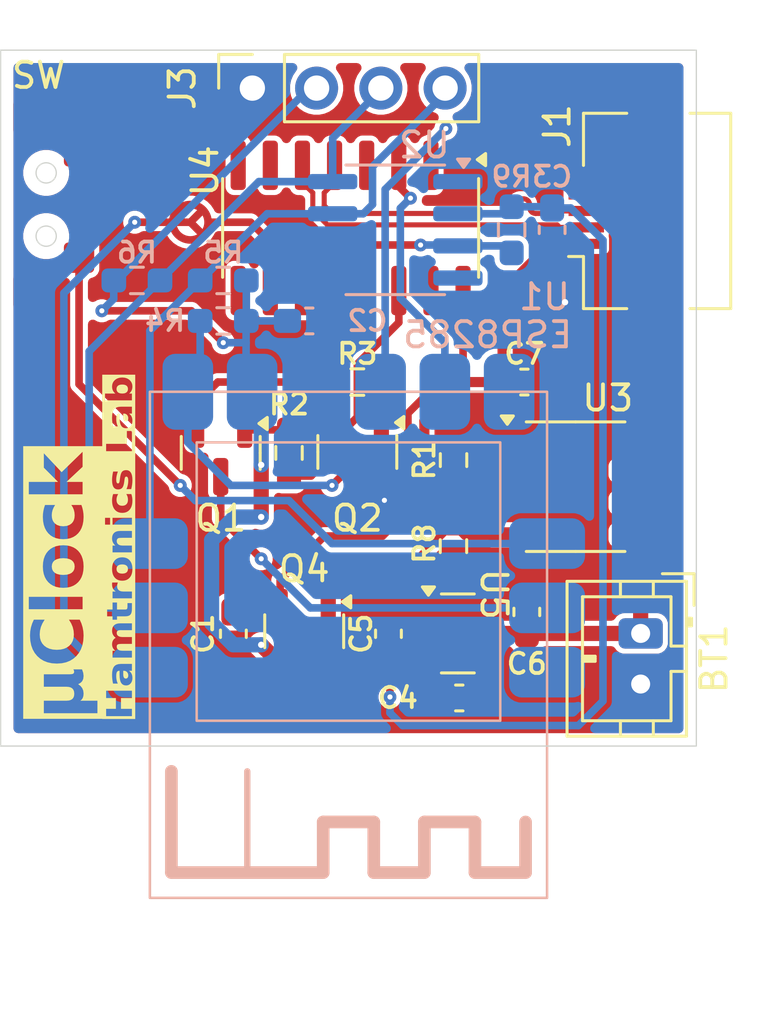
<source format=kicad_pcb>
(kicad_pcb (version 20241229) (generator "pcbnew") (generator_version "9.0")
  (title_block (title "μClock") (date "2025-06-17") (rev "1") (comment 1 "Sirio Guy") (comment 2 "Ultra-precise handheld digital clock. Powered by ESP8285"))
  (layers (0 "F.Cu" signal) (2 "B.Cu" signal) (13 "F.Paste" user) (15 "B.Paste" user) (5 "F.SilkS" user "F.Silkscreen") (7 "B.SilkS" user "B.Silkscreen") (1 "F.Mask" user) (3 "B.Mask" user) (25 "Edge.Cuts" user))
  (net 0 "")
  (net 1 "VCC")
  (net 2 "Earth")
  (net 3 "+5VD")
  (net 4 "+BATT")
  (net 6 "/SCL")
  (net 7 "/SDA")
  (net 8 "Net-(Q1-S)")
  (net 9 "Net-(Q1-G)")
  (net 10 "Net-(Q1-D)")
  (net 11 "Net-(Q2-G)")
  (net 12 "Net-(Q2-D)")
  (net 13 "Net-(Q2-S)")
  (net 14 "Net-(U3-PROG)")
  (net 15 "Net-(U1-IO16)")
  (net 16 "Net-(U1-IO2)")
  (net 18 "Net-(U1-TX0)")
  (net 20 "Net-(U1-RX0)")
  (net 33 "Net-(Q4-S)")
  (net 34 "/USB_N")
  (net 35 "/USB_P")
  (footprint "Capacitor_SMD:C_0603_1608Metric_Pad1.08x0.95mm_HandSolder" (layer "F.Cu") (at 75.9075 98.0625 90)
    (property "Reference" "C5" (at 0 -1.08 270) (layer "F.SilkS") (effects (font (size 0.8 0.8))))
    (property "Value" "1uF")
    (fp_line (start -0.146267 -0.51) (end 0.146267 -0.51) (stroke (width 0.12)) (layer "F.SilkS"))
    (fp_line (start -0.146267 0.51) (end 0.146267 0.51) (stroke (width 0.12)) (layer "F.SilkS"))
    (pad "1" smd roundrect (at -0.8625 0 90) (size 1.075 0.95) (layers "F.Cu" "F.Mask" "F.Paste") (net 1 "VCC"))
    (pad "2" smd roundrect (at 0.8625 0 90) (size 1.075 0.95) (layers "F.Cu" "F.Mask" "F.Paste") (net 2 "Earth"))
  )
  (footprint "Package_TO_SOT_SMD:SOT-23" (layer "F.Cu") (at 78.65 98.05)
    (property "Reference" "U5" (at 1.4275 -1.55 270) (layer "F.SilkS"))
    (property "Value" "MCP1700 3303")
    (fp_line (start 0 -1.56) (end -0.65 -1.56) (stroke (width 0.12)) (layer "F.SilkS"))
    (fp_line (start 0 -1.56) (end 0.65 -1.56) (stroke (width 0.12)) (layer "F.SilkS"))
    (fp_line (start 0 1.56) (end -0.65 1.56) (stroke (width 0.12)) (layer "F.SilkS"))
    (fp_line (start 0 1.56) (end 0.65 1.56) (stroke (width 0.12)) (layer "F.SilkS"))
    (fp_poly (pts (xy -1.1625 -1.51) (xy -1.4025 -1.84) (xy -0.9225 -1.84)) (stroke (width 0.12)) (fill yes) (layer "F.SilkS"))
    (pad "1" smd roundrect (at -0.9375 -0.95) (size 1.475 0.6) (layers "F.Cu" "F.Mask" "F.Paste") (net 2 "Earth"))
    (pad "2" smd roundrect (at -0.9375 0.95) (size 1.475 0.6) (layers "F.Cu" "F.Mask" "F.Paste") (net 1 "VCC"))
    (pad "3" smd roundrect (at 0.9375 0) (size 1.475 0.6) (layers "F.Cu" "F.Mask" "F.Paste") (net 4 "+BATT"))
  )
  (footprint "Resistor_SMD:R_0603_1608Metric_Pad0.98x0.95mm_HandSolder" (layer "F.Cu") (at 74.6775 88.116)
    (property "Reference" "R3" (at 0 -1.116 0) (layer "F.SilkS") (effects (font (size 0.8 0.8))))
    (property "Value" "10k")
    (fp_line (start -0.254724 -0.5225) (end 0.254724 -0.5225) (stroke (width 0.12)) (layer "F.SilkS"))
    (fp_line (start -0.254724 0.5225) (end 0.254724 0.5225) (stroke (width 0.12)) (layer "F.SilkS"))
    (pad "1" smd roundrect (at -0.9125 0) (size 0.975 0.95) (layers "F.Cu" "F.Mask" "F.Paste") (net 8 "Net-(Q1-S)"))
    (pad "2" smd roundrect (at 0.9125 0) (size 0.975 0.95) (layers "F.Cu" "F.Mask" "F.Paste") (net 11 "Net-(Q2-G)"))
  )
  (footprint "Capacitor_SMD:C_0603_1608Metric_Pad1.08x0.95mm_HandSolder" (layer "F.Cu") (at 81.3775 97.2 90)
    (property "Reference" "C6" (at -2.05 0 180) (layer "F.SilkS") (effects (font (size 0.8 0.8))))
    (property "Value" "1uF")
    (fp_line (start -0.146267 -0.51) (end 0.146267 -0.51) (stroke (width 0.12)) (layer "F.SilkS"))
    (fp_line (start -0.146267 0.51) (end 0.146267 0.51) (stroke (width 0.12)) (layer "F.SilkS"))
    (pad "1" smd roundrect (at -0.8625 0 90) (size 1.075 0.95) (layers "F.Cu" "F.Mask" "F.Paste") (net 4 "+BATT"))
    (pad "2" smd roundrect (at 0.8625 0 90) (size 1.075 0.95) (layers "F.Cu" "F.Mask" "F.Paste") (net 2 "Earth"))
  )
  (footprint "Package_SO:SOIC-8-1EP_3.9x4.9mm_P1.27mm_EP2.29x3mm" (layer "F.Cu") (at 83.30598 92.25)
    (property "Reference" "U3" (at 1.27152 -3.5 0) (layer "F.SilkS"))
    (property "Value" "TP4056")
    (fp_line (start 0 -2.56) (end -1.95 -2.56) (stroke (width 0.12)) (layer "F.SilkS"))
    (fp_line (start 0 -2.56) (end 1.95 -2.56) (stroke (width 0.12)) (layer "F.SilkS"))
    (fp_line (start 0 2.56) (end -1.95 2.56) (stroke (width 0.12)) (layer "F.SilkS"))
    (fp_line (start 0 2.56) (end 1.95 2.56) (stroke (width 0.12)) (layer "F.SilkS"))
    (fp_poly (pts (xy -2.7 -2.465) (xy -2.94 -2.795) (xy -2.46 -2.795)) (stroke (width 0.12)) (fill yes) (layer "F.SilkS"))
    (pad "1" smd roundrect (at -2.475 -1.905) (size 1.95 0.6) (layers "F.Cu" "F.Mask" "F.Paste") (net 2 "Earth"))
    (pad "2" smd roundrect (at -2.475 -0.635) (size 1.95 0.6) (layers "F.Cu" "F.Mask" "F.Paste") (net 14 "Net-(U3-PROG)"))
    (pad "3" smd roundrect (at -2.475 0.635) (size 1.95 0.6) (layers "F.Cu" "F.Mask" "F.Paste") (net 2 "Earth"))
    (pad "4" smd roundrect (at -2.475 1.905) (size 1.95 0.6) (layers "F.Cu" "F.Mask" "F.Paste") (net 3 "+5VD"))
    (pad "5" smd roundrect (at 2.475 1.905) (size 1.95 0.6) (layers "F.Cu" "F.Mask" "F.Paste") (net 4 "+BATT"))
    (pad "6" smd roundrect (at 2.475 0.635) (size 1.95 0.6) (layers "F.Cu" "F.Mask" "F.Paste"))
    (pad "7" smd roundrect (at 2.475 -0.635) (size 1.95 0.6) (layers "F.Cu" "F.Mask" "F.Paste"))
    (pad "8" smd roundrect (at 2.475 -1.905) (size 1.95 0.6) (layers "F.Cu" "F.Mask" "F.Paste") (net 2 "Earth"))
    (pad "9" smd rect (at 0 0) (size 2.29 3) (property pad_prop_heatsink) (layers "F.Cu" "F.Mask") (net 2 "Earth"))
  )
  (footprint "Connector_USB:USB_Micro-B_Amphenol_10104110_Horizontal" (layer "F.Cu") (at 85.2775 81.354 90)
    (property "Reference" "J1" (at 3.354 -2.7 270) (layer "F.SilkS"))
    (property "Value" "USB_B_Micro")
    (fp_line (start 3.86 -1.66) (end 1.8 -1.66) (stroke (width 0.12)) (layer "F.SilkS"))
    (fp_line (start -1.8 -1.66) (end -1.8 -2.25) (stroke (width 0.12)) (layer "F.SilkS"))
    (fp_line (start -3.86 -1.66) (end -1.8 -1.66) (stroke (width 0.12)) (layer "F.SilkS"))
    (fp_line (start 3.86 0.05) (end 3.86 -1.66) (stroke (width 0.12)) (layer "F.SilkS"))
    (fp_line (start -3.86 0.05) (end -3.86 -1.66) (stroke (width 0.12)) (layer "F.SilkS"))
    (fp_line (start 3.86 4.16) (end 3.86 2.55) (stroke (width 0.12)) (layer "F.SilkS"))
    (fp_line (start -3.86 4.16) (end -3.86 2.55) (stroke (width 0.12)) (layer "F.SilkS"))
    (fp_line (start -3.86 4.16) (end 3.86 4.16) (stroke (width 0.12)) (layer "F.SilkS"))
    (pad "1" smd rect (at -1.3 -1.55 90) (size 0.4 1.4) (layers "F.Cu" "F.Mask" "F.Paste") (net 3 "+5VD"))
    (pad "2" smd rect (at -0.65 -1.55 90) (size 0.4 1.4) (layers "F.Cu" "F.Mask" "F.Paste") (net 34 "/USB_N"))
    (pad "3" smd rect (at 0 -1.55 90) (size 0.4 1.4) (layers "F.Cu" "F.Mask" "F.Paste") (net 35 "/USB_P"))
    (pad "4" smd rect (at 0.65 -1.55 90) (size 0.4 1.4) (layers "F.Cu" "F.Mask" "F.Paste"))
    (pad "5" smd rect (at 1.3 -1.55 90) (size 0.4 1.4) (layers "F.Cu" "F.Mask" "F.Paste") (net 2 "Earth"))
    (pad "6" smd rect (at -3.75 1.3 90) (size 2.3 1.9) (layers "F.Cu" "F.Mask" "F.Paste") (net 2 "Earth"))
    (pad "6" smd rect (at -1.15 1.3 90) (size 1.8 1.9) (layers "F.Cu" "F.Mask" "F.Paste") (net 2 "Earth"))
    (pad "6" smd rect (at 1.15 1.3 90) (size 1.8 1.9) (layers "F.Cu" "F.Mask" "F.Paste") (net 2 "Earth"))
    (pad "6" smd rect (at 3.75 1.3 90) (size 2.3 1.9) (layers "F.Cu" "F.Mask" "F.Paste") (net 2 "Earth"))
  )
  (footprint "Capacitor_SMD:C_0603_1608Metric_Pad1.08x0.95mm_HandSolder" (layer "F.Cu") (at 81.28098 88.116)
    (property "Reference" "C7" (at 0 -1.116 0) (layer "F.SilkS") (effects (font (size 0.8 0.8))))
    (property "Value" "4.7uF")
    (fp_line (start -0.146267 -0.51) (end 0.146267 -0.51) (stroke (width 0.12)) (layer "F.SilkS"))
    (fp_line (start -0.146267 0.51) (end 0.146267 0.51) (stroke (width 0.12)) (layer "F.SilkS"))
    (pad "1" smd roundrect (at -0.8625 0) (size 1.075 0.95) (layers "F.Cu" "F.Mask" "F.Paste") (net 3 "+5VD"))
    (pad "2" smd roundrect (at 0.8625 0) (size 1.075 0.95) (layers "F.Cu" "F.Mask" "F.Paste") (net 2 "Earth"))
  )
  (footprint "Connector_JST:JST_PH_B2B-PH-K_1x02_P2.00mm_Vertical" (layer "F.Cu") (at 85.8775 98.05 -90)
    (property "Reference" "BT1" (at 1 -2.9 90) (layer "F.SilkS"))
    (property "Value" "Li-Ion 3.7V")
    (fp_line (start -2.06 2.91) (end 4.06 2.91) (stroke (width 0.12)) (layer "F.SilkS"))
    (fp_line (start 4.06 2.91) (end 4.06 -1.81) (stroke (width 0.12)) (layer "F.SilkS"))
    (fp_line (start -1.45 2.3) (end 3.45 2.3) (stroke (width 0.12)) (layer "F.SilkS"))
    (fp_line (start 0.9 2.3) (end 0.9 1.8) (stroke (width 0.12)) (layer "F.SilkS"))
    (fp_line (start 1 2.3) (end 1 1.8) (stroke (width 0.12)) (layer "F.SilkS"))
    (fp_line (start 3.45 2.3) (end 3.45 -1.2) (stroke (width 0.12)) (layer "F.SilkS"))
    (fp_line (start 0.9 1.8) (end 1.1 1.8) (stroke (width 0.12)) (layer "F.SilkS"))
    (fp_line (start 1.1 1.8) (end 1.1 2.3) (stroke (width 0.12)) (layer "F.SilkS"))
    (fp_line (start -2.06 0.8) (end -1.45 0.8) (stroke (width 0.12)) (layer "F.SilkS"))
    (fp_line (start 4.06 0.8) (end 3.45 0.8) (stroke (width 0.12)) (layer "F.SilkS"))
    (fp_line (start -2.06 -0.5) (end -1.45 -0.5) (stroke (width 0.12)) (layer "F.SilkS"))
    (fp_line (start 4.06 -0.5) (end 3.45 -0.5) (stroke (width 0.12)) (layer "F.SilkS"))
    (fp_line (start -1.45 -1.2) (end -1.45 2.3) (stroke (width 0.12)) (layer "F.SilkS"))
    (fp_line (start 0.5 -1.2) (end -1.45 -1.2) (stroke (width 0.12)) (layer "F.SilkS"))
    (fp_line (start 1.5 -1.2) (end 1.5 -1.81) (stroke (width 0.12)) (layer "F.SilkS"))
    (fp_line (start 3.45 -1.2) (end 1.5 -1.2) (stroke (width 0.12)) (layer "F.SilkS"))
    (fp_line (start -2.06 -1.81) (end -2.06 2.91) (stroke (width 0.12)) (layer "F.SilkS"))
    (fp_line (start -0.3 -1.81) (end -0.3 -2.01) (stroke (width 0.12)) (layer "F.SilkS"))
    (fp_line (start 0.5 -1.81) (end 0.5 -1.2) (stroke (width 0.12)) (layer "F.SilkS"))
    (fp_line (start 4.06 -1.81) (end -2.06 -1.81) (stroke (width 0.12)) (layer "F.SilkS"))
    (fp_line (start -0.3 -1.91) (end -0.6 -1.91) (stroke (width 0.12)) (layer "F.SilkS"))
    (fp_line (start -0.6 -2.01) (end -0.6 -1.81) (stroke (width 0.12)) (layer "F.SilkS"))
    (fp_line (start -0.3 -2.01) (end -0.6 -2.01) (stroke (width 0.12)) (layer "F.SilkS"))
    (fp_line (start -2.36 -2.11) (end -2.36 -0.86) (stroke (width 0.12)) (layer "F.SilkS"))
    (fp_line (start -1.11 -2.11) (end -2.36 -2.11) (stroke (width 0.12)) (layer "F.SilkS"))
    (pad "1" thru_hole roundrect (at 0 0 270) (size 1.2 1.75) (drill 0.75) (layers "*.Cu" "*.Mask") (roundrect_rratio 0.208333) (net 4 "+BATT"))
    (pad "2" thru_hole oval (at 2 0 270) (size 1.2 1.75) (drill 0.75) (layers "*.Cu" "*.Mask") (net 2 "Earth"))
  )
  (footprint "Resistor_SMD:R_0603_1608Metric_Pad0.98x0.95mm_HandSolder" (layer "F.Cu") (at 78.4775 94.6 90)
    (property "Reference" "R8" (at 0.1 -1.15 90) (layer "F.SilkS") (effects (font (size 0.8 0.8))))
    (property "Value" "10k")
    (fp_line (start -0.254724 -0.5225) (end 0.254724 -0.5225) (stroke (width 0.12)) (layer "F.SilkS"))
    (fp_line (start -0.254724 0.5225) (end 0.254724 0.5225) (stroke (width 0.12)) (layer "F.SilkS"))
    (pad "1" smd roundrect (at -0.9125 0 90) (size 0.975 0.95) (layers "F.Cu" "F.Mask" "F.Paste") (net 2 "Earth"))
    (pad "2" smd roundrect (at 0.9125 0 90) (size 0.975 0.95) (layers "F.Cu" "F.Mask" "F.Paste") (net 3 "+5VD"))
  )
  (footprint "Package_TO_SOT_SMD:SOT-23" (layer "F.Cu") (at 69.2775 90.916 -90)
    (property "Reference" "Q1" (at 2.584 0 180) (layer "F.SilkS"))
    (property "Value" "BSS138")
    (fp_line (start 0 1.56) (end -0.65 1.56) (stroke (width 0.12)) (layer "F.SilkS"))
    (fp_line (start 0 1.56) (end 0.65 1.56) (stroke (width 0.12)) (layer "F.SilkS"))
    (fp_line (start 0 -1.56) (end -0.65 -1.56) (stroke (width 0.12)) (layer "F.SilkS"))
    (fp_line (start 0 -1.56) (end 0.65 -1.56) (stroke (width 0.12)) (layer "F.SilkS"))
    (fp_poly (pts (xy -1.1625 -1.51) (xy -1.4025 -1.84) (xy -0.9225 -1.84)) (stroke (width 0.12)) (fill yes) (layer "F.SilkS"))
    (pad "1" smd roundrect (at -0.9375 -0.95 270) (size 1.475 0.6) (layers "F.Cu" "F.Mask" "F.Paste") (net 9 "Net-(Q1-G)"))
    (pad "2" smd roundrect (at -0.9375 0.95 270) (size 1.475 0.6) (layers "F.Cu" "F.Mask" "F.Paste") (net 8 "Net-(Q1-S)"))
    (pad "3" smd roundrect (at 0.9375 0 270) (size 1.475 0.6) (layers "F.Cu" "F.Mask" "F.Paste") (net 10 "Net-(Q1-D)"))
  )
  (footprint "Capacitor_SMD:C_0603_1608Metric_Pad1.08x0.95mm_HandSolder" (layer "F.Cu") (at 78.7075 100.6 180)
    (property "Reference" "C4" (at 2.43 0 0) (layer "F.SilkS") (effects (font (size 0.8 0.8))))
    (property "Value" "1uF")
    (fp_line (start -0.146267 0.51) (end 0.146267 0.51) (stroke (width 0.12)) (layer "F.SilkS"))
    (fp_line (start -0.146267 -0.51) (end 0.146267 -0.51) (stroke (width 0.12)) (layer "F.SilkS"))
    (pad "1" smd roundrect (at -0.8625 0 180) (size 1.075 0.95) (layers "F.Cu" "F.Mask" "F.Paste") (net 4 "+BATT"))
    (pad "2" smd roundrect (at 0.8625 0 180) (size 1.075 0.95) (layers "F.Cu" "F.Mask" "F.Paste") (net 2 "Earth"))
  )
  (footprint "Package_SO:SOIC-16_3.9x9.9mm_P1.27mm" (layer "F.Cu") (at 74.4125 82.025 -90)
    (property "Reference" "U4" (at -2.255 5.755 90) (layer "F.SilkS"))
    (property "Value" "CH340C")
    (fp_line (start 0 5.06) (end -1.95 5.06) (stroke (width 0.12)) (layer "F.SilkS"))
    (fp_line (start 0 5.06) (end 1.95 5.06) (stroke (width 0.12)) (layer "F.SilkS"))
    (fp_line (start 0 -5.06) (end -1.95 -5.06) (stroke (width 0.12)) (layer "F.SilkS"))
    (fp_line (start 0 -5.06) (end 1.95 -5.06) (stroke (width 0.12)) (layer "F.SilkS"))
    (fp_poly (pts (xy -2.7 -5.005) (xy -2.94 -5.335) (xy -2.46 -5.335)) (stroke (width 0.12)) (fill yes) (layer "F.SilkS"))
    (pad "1" smd roundrect (at -2.475 -4.445 270) (size 1.95 0.6) (layers "F.Cu" "F.Mask" "F.Paste") (net 2 "Earth"))
    (pad "2" smd roundrect (at -2.475 -3.175 270) (size 1.95 0.6) (layers "F.Cu" "F.Mask" "F.Paste") (net 18 "Net-(U1-TX0)"))
    (pad "3" smd roundrect (at -2.475 -1.905 270) (size 1.95 0.6) (layers "F.Cu" "F.Mask" "F.Paste") (net 20 "Net-(U1-RX0)"))
    (pad "4" smd roundrect (at -2.475 -0.635 270) (size 1.95 0.6) (layers "F.Cu" "F.Mask" "F.Paste"))
    (pad "5" smd roundrect (at -2.475 0.635 270) (size 1.95 0.6) (layers "F.Cu" "F.Mask" "F.Paste") (net 35 "/USB_P"))
    (pad "6" smd roundrect (at -2.475 1.905 270) (size 1.95 0.6) (layers "F.Cu" "F.Mask" "F.Paste") (net 34 "/USB_N"))
    (pad "7" smd roundrect (at -2.475 3.175 270) (size 1.95 0.6) (layers "F.Cu" "F.Mask" "F.Paste"))
    (pad "8" smd roundrect (at -2.475 4.445 270) (size 1.95 0.6) (layers "F.Cu" "F.Mask" "F.Paste"))
    (pad "9" smd roundrect (at 2.475 4.445 270) (size 1.95 0.6) (layers "F.Cu" "F.Mask" "F.Paste"))
    (pad "10" smd roundrect (at 2.475 3.175 270) (size 1.95 0.6) (layers "F.Cu" "F.Mask" "F.Paste"))
    (pad "11" smd roundrect (at 2.475 1.905 270) (size 1.95 0.6) (layers "F.Cu" "F.Mask" "F.Paste"))
    (pad "12" smd roundrect (at 2.475 0.635 270) (size 1.95 0.6) (layers "F.Cu" "F.Mask" "F.Paste"))
    (pad "13" smd roundrect (at 2.475 -0.635 270) (size 1.95 0.6) (layers "F.Cu" "F.Mask" "F.Paste") (net 8 "Net-(Q1-S)"))
    (pad "14" smd roundrect (at 2.475 -1.905 270) (size 1.95 0.6) (layers "F.Cu" "F.Mask" "F.Paste") (net 13 "Net-(Q2-S)"))
    (pad "15" smd roundrect (at 2.475 -3.175 270) (size 1.95 0.6) (layers "F.Cu" "F.Mask" "F.Paste"))
    (pad "16" smd roundrect (at 2.475 -4.445 270) (size 1.95 0.6) (layers "F.Cu" "F.Mask" "F.Paste") (net 33 "Net-(Q4-S)"))
  )
  (footprint "Package_TO_SOT_SMD:SOT-23" (layer "F.Cu") (at 72.5775 97.9625 -90)
    (property "Reference" "Q4" (at -2.4625 0 0) (layer "F.SilkS"))
    (property "Value" "AO3401A")
    (fp_line (start 0 1.56) (end -0.65 1.56) (stroke (width 0.12)) (layer "F.SilkS"))
    (fp_line (start 0 1.56) (end 0.65 1.56) (stroke (width 0.12)) (layer "F.SilkS"))
    (fp_line (start 0 -1.56) (end -0.65 -1.56) (stroke (width 0.12)) (layer "F.SilkS"))
    (fp_line (start 0 -1.56) (end 0.65 -1.56) (stroke (width 0.12)) (layer "F.SilkS"))
    (fp_poly (pts (xy -1.1625 -1.51) (xy -1.4025 -1.84) (xy -0.9225 -1.84)) (stroke (width 0.12)) (fill yes) (layer "F.SilkS"))
    (pad "1" smd roundrect (at -0.9375 -0.95 270) (size 1.475 0.6) (layers "F.Cu" "F.Mask" "F.Paste") (net 3 "+5VD"))
    (pad "2" smd roundrect (at -0.9375 0.95 270) (size 1.475 0.6) (layers "F.Cu" "F.Mask" "F.Paste") (net 33 "Net-(Q4-S)"))
    (pad "3" smd roundrect (at 0.9375 0 270) (size 1.475 0.6) (layers "F.Cu" "F.Mask" "F.Paste") (net 1 "VCC"))
  )
  (footprint "Connector_PinSocket_2.54mm:PinSocket_1x04_P2.54mm_Vertical" (layer "F.Cu") (at 70.5275 76.5 90)
    (property "Reference" "J3" (at 0 -2.77 90) (layer "F.SilkS"))
    (property "Value" "SSD1306")
    (fp_line (start 1.33 -1.33) (end 1.33 0) (stroke (width 0.12)) (layer "F.SilkS"))
    (fp_line (start 0 -1.33) (end 1.33 -1.33) (stroke (width 0.12)) (layer "F.SilkS"))
    (fp_line (start 1.33 1.27) (end 1.33 8.95) (stroke (width 0.12)) (layer "F.SilkS"))
    (fp_line (start -1.33 1.27) (end 1.33 1.27) (stroke (width 0.12)) (layer "F.SilkS"))
    (fp_line (start -1.33 1.27) (end -1.33 8.95) (stroke (width 0.12)) (layer "F.SilkS"))
    (fp_line (start -1.33 8.95) (end 1.33 8.95) (stroke (width 0.12)) (layer "F.SilkS"))
    (pad "1" thru_hole rect (at 0 0 90) (size 1.7 1.7) (drill 1) (layers "*.Cu" "*.Mask") (net 2 "Earth"))
    (pad "2" thru_hole circle (at 0 2.54 90) (size 1.7 1.7) (drill 1) (layers "*.Cu" "*.Mask") (net 1 "VCC"))
    (pad "3" thru_hole circle (at 0 5.08 90) (size 1.7 1.7) (drill 1) (layers "*.Cu" "*.Mask") (net 6 "/SCL"))
    (pad "4" thru_hole circle (at 0 7.62 90) (size 1.7 1.7) (drill 1) (layers "*.Cu" "*.Mask") (net 7 "/SDA"))
  )
  (footprint "Package_TO_SOT_SMD:SOT-23" (layer "F.Cu") (at 74.6775 90.8785 -90)
    (property "Reference" "Q2" (at 2.6215 0 180) (layer "F.SilkS"))
    (property "Value" "BSS138")
    (fp_line (start 0 1.56) (end -0.65 1.56) (stroke (width 0.12)) (layer "F.SilkS"))
    (fp_line (start 0 1.56) (end 0.65 1.56) (stroke (width 0.12)) (layer "F.SilkS"))
    (fp_line (start 0 -1.56) (end -0.65 -1.56) (stroke (width 0.12)) (layer "F.SilkS"))
    (fp_line (start 0 -1.56) (end 0.65 -1.56) (stroke (width 0.12)) (layer "F.SilkS"))
    (fp_poly (pts (xy -1.1625 -1.51) (xy -1.4025 -1.84) (xy -0.9225 -1.84)) (stroke (width 0.12)) (fill yes) (layer "F.SilkS"))
    (pad "1" smd roundrect (at -0.9375 -0.95 270) (size 1.475 0.6) (layers "F.Cu" "F.Mask" "F.Paste") (net 11 "Net-(Q2-G)"))
    (pad "2" smd roundrect (at -0.9375 0.95 270) (size 1.475 0.6) (layers "F.Cu" "F.Mask" "F.Paste") (net 13 "Net-(Q2-S)"))
    (pad "3" smd roundrect (at 0.9375 0 270) (size 1.475 0.6) (layers "F.Cu" "F.Mask" "F.Paste") (net 12 "Net-(Q2-D)"))
  )
  (footprint "Resistor_SMD:R_0603_1608Metric_Pad0.98x0.95mm_HandSolder" (layer "F.Cu") (at 78.48098 91.2 -90)
    (property "Reference" "R1" (at 0 1.15348 90) (layer "F.SilkS") (effects (font (size 0.8 0.8))))
    (property "Value" "2.1K")
    (fp_line (start -0.254724 0.5225) (end 0.254724 0.5225) (stroke (width 0.12)) (layer "F.SilkS"))
    (fp_line (start -0.254724 -0.5225) (end 0.254724 -0.5225) (stroke (width 0.12)) (layer "F.SilkS"))
    (pad "1" smd roundrect (at -0.9125 0 270) (size 0.975 0.95) (layers "F.Cu" "F.Mask" "F.Paste") (net 2 "Earth"))
    (pad "2" smd roundrect (at 0.9125 0 270) (size 0.975 0.95) (layers "F.Cu" "F.Mask" "F.Paste") (net 14 "Net-(U3-PROG)"))
  )
  (footprint "Resistor_SMD:R_0603_1608Metric_Pad0.98x0.95mm_HandSolder" (layer "F.Cu") (at 71.9775 90.916 90)
    (property "Reference" "R2" (at 1.916 0 180) (layer "F.SilkS") (effects (font (size 0.8 0.8))))
    (property "Value" "10k")
    (fp_line (start -0.254724 -0.5225) (end 0.254724 -0.5225) (stroke (width 0.12)) (layer "F.SilkS"))
    (fp_line (start -0.254724 0.5225) (end 0.254724 0.5225) (stroke (width 0.12)) (layer "F.SilkS"))
    (pad "1" smd roundrect (at -0.9125 0 90) (size 0.975 0.95) (layers "F.Cu" "F.Mask" "F.Paste") (net 13 "Net-(Q2-S)"))
    (pad "2" smd roundrect (at 0.9125 0 90) (size 0.975 0.95) (layers "F.Cu" "F.Mask" "F.Paste") (net 9 "Net-(Q1-G)"))
  )
  (footprint "Capacitor_SMD:C_0603_1608Metric_Pad1.08x0.95mm_HandSolder" (layer "F.Cu") (at 69.7775 98.0625 -90)
    (property "Reference" "C1" (at 0 1.2 270) (layer "F.SilkS") (effects (font (size 0.8 0.8))))
    (property "Value" "100nF")
    (fp_line (start -0.146267 0.51) (end 0.146267 0.51) (stroke (width 0.12)) (layer "F.SilkS"))
    (fp_line (start -0.146267 -0.51) (end 0.146267 -0.51) (stroke (width 0.12)) (layer "F.SilkS"))
    (pad "1" smd roundrect (at -0.8625 0 270) (size 1.075 0.95) (layers "F.Cu" "F.Mask" "F.Paste") (net 33 "Net-(Q4-S)"))
    (pad "2" smd roundrect (at 0.8625 0 270) (size 1.075 0.95) (layers "F.Cu" "F.Mask" "F.Paste") (net 2 "Earth"))
  )
  (footprint "Button_Switch_SMD:SW_PUSH_ANGLED_SMD" (layer "F.Cu") (at 62.6775 81.1 -90)
    (property "Reference" "SW1" (hide yes))
    (property "Value" "BUTTON")
    (fp_circle (center -1.25 0.3) (end -1.25 0.7) (stroke (width 0.05)) (fill no) (layer "Edge.Cuts"))
    (fp_circle (center 1.25 0.3) (end 1.25 0.7) (stroke (width 0.05)) (fill no) (layer "Edge.Cuts"))
    (fp_text user "SW" (at -5.1 0.6 0) (layer "F.SilkS"))
    (pad "1" smd roundrect (at 2.1 -1 90) (size 1.2 1.2) (layers "F.Cu" "F.Mask" "F.Paste") (roundrect_rratio 0.15) (net 16 "Net-(U1-IO2)"))
    (pad "2" smd roundrect (at -2.1 -1 90) (size 1.2 1.2) (layers "F.Cu" "F.Mask" "F.Paste") (roundrect_rratio 0.15) (net 2 "Earth"))
    (pad "SH" smd roundrect (at -3.45 0.85 90) (size 1.5 1.5) (layers "F.Cu" "F.Mask" "F.Paste") (roundrect_rratio 0.15) (chamfer_ratio 0.5) (chamfer bottom_left) (net 2 "Earth"))
    (pad "SH" smd roundrect (at 3.45 0.85 180) (size 1.5 1.5) (layers "F.Cu" "F.Mask" "F.Paste") (roundrect_rratio 0.15) (chamfer_ratio 0.5) (chamfer bottom_left) (net 2 "Earth"))
  )
  (footprint "ESP Modules:ESP8285 ESP-M3 MODULE" (layer "B.Cu") (at 74.3275 98.5)
    (property "Reference" "U1" (at 7.75 -13.75 0) (layer "B.SilkS") (effects (justify mirror)))
    (property "Value" "ESP8285")
    (fp_line (start -7 5) (end -7 9) (stroke (width 0.5)) (layer "B.SilkS"))
    (fp_line (start -7 9) (end -1 9) (stroke (width 0.5)) (layer "B.SilkS"))
    (fp_line (start -4 9) (end -4 5) (stroke (width 0.25)) (layer "B.SilkS"))
    (fp_line (start -1 7) (end 1 7) (stroke (width 0.5)) (layer "B.SilkS"))
    (fp_line (start -1 9) (end -1 7) (stroke (width 0.5)) (layer "B.SilkS"))
    (fp_line (start 1 7) (end 1 9) (stroke (width 0.5)) (layer "B.SilkS"))
    (fp_line (start 1 9) (end 3 9) (stroke (width 0.5)) (layer "B.SilkS"))
    (fp_line (start 3 7) (end 5 7) (stroke (width 0.5)) (layer "B.SilkS"))
    (fp_line (start 3 9) (end 3 7) (stroke (width 0.5)) (layer "B.SilkS"))
    (fp_line (start 5 7) (end 5 9) (stroke (width 0.5)) (layer "B.SilkS"))
    (fp_line (start 5 9) (end 7 9) (stroke (width 0.5)) (layer "B.SilkS"))
    (fp_line (start 7 9) (end 7 7) (stroke (width 0.5)) (layer "B.SilkS"))
    (fp_rect (start -7.85 10) (end 7.85 -10) (stroke (width 0.1)) (fill no) (layer "B.SilkS"))
    (fp_rect (start -6 3) (end 6 -8) (stroke (width 0.1)) (fill no) (layer "B.SilkS"))
    (fp_text user "ESP8285" (at 5.5 -12.25 0) (layer "B.SilkS") (effects (justify mirror)))
    (pad "1" smd roundrect (at -6.35 -10 270) (size 3 2) (layers "B.Cu" "B.Mask" "B.Paste") (net 12 "Net-(Q2-D)"))
    (pad "2" smd roundrect (at -3.81 -10 270) (size 3 2) (layers "B.Cu" "B.Mask" "B.Paste") (net 1 "VCC"))
    (pad "3" smd roundrect (at -1.27 -10 270) (size 3 2) (layers "B.Cu" "B.Mask" "B.Paste") (net 2 "Earth"))
    (pad "4" smd roundrect (at 1.27 -10 270) (size 3 2) (layers "B.Cu" "B.Mask" "B.Paste") (net 18 "Net-(U1-TX0)"))
    (pad "5" smd roundrect (at 3.81 -10 270) (size 3 2) (layers "B.Cu" "B.Mask" "B.Paste") (net 20 "Net-(U1-RX0)"))
    (pad "6" smd roundrect (at 6.35 -10 270) (size 3 2) (layers "B.Cu" "B.Mask" "B.Paste"))
    (pad "7" smd roundrect (at 7.85 -4 180) (size 3 2) (layers "B.Cu" "B.Mask" "B.Paste") (net 16 "Net-(U1-IO2)"))
    (pad "8" smd roundrect (at 7.85 -1.46 180) (size 3 2) (layers "B.Cu" "B.Mask" "B.Paste") (net 10 "Net-(Q1-D)"))
    (pad "9" smd roundrect (at 7.85 1.08 180) (size 3 2) (layers "B.Cu" "B.Mask" "B.Paste"))
    (pad "10" smd roundrect (at -7.85 1.08 180) (size 3 2) (layers "B.Cu" "B.Mask" "B.Paste") (net 15 "Net-(U1-IO16)"))
    (pad "11" smd roundrect (at -7.85 -1.46 180) (size 3 2) (layers "B.Cu" "B.Mask" "B.Paste") (net 6 "/SCL"))
    (pad "12" smd roundrect (at -7.85 -4 180) (size 3 2) (layers "B.Cu" "B.Mask" "B.Paste") (net 7 "/SDA"))
    (zone (net 0) (net_name "") (layers "F.Cu" "B.Cu") (connect_pads (clearance 0)) (min_thickness 0.25)
      (keepout (tracks not_allowed) (vias not_allowed) (pads not_allowed) (copperpour not_allowed) (footprints not_allowed))
      (fill (thermal_gap 0.5) (thermal_bridge_width 0.5))
      (polygon (pts (xy 61.3275 102.5) (xy 87.3275 102.5) (xy 87.3275 113.5) (xy 61.3275 113.5)))
    )
  )
  (footprint "Resistor_SMD:R_0603_1608Metric_Pad0.98x0.95mm_HandSolder" (layer "B.Cu") (at 69.3775 84.1)
    (property "Reference" "R5" (at 0 -1.1 0) (layer "B.SilkS") (effects (font (size 0.8 0.8)) (justify mirror)))
    (property "Value" "4.7k")
    (fp_line (start -0.254724 -0.5225) (end 0.254724 -0.5225) (stroke (width 0.12)) (layer "B.SilkS"))
    (fp_line (start -0.254724 0.5225) (end 0.254724 0.5225) (stroke (width 0.12)) (layer "B.SilkS"))
    (pad "1" smd roundrect (at -0.9125 0) (size 0.975 0.95) (layers "B.Cu" "B.Mask" "B.Paste") (net 7 "/SDA"))
    (pad "2" smd roundrect (at 0.9125 0) (size 0.975 0.95) (layers "B.Cu" "B.Mask" "B.Paste") (net 1 "VCC"))
  )
  (footprint "Capacitor_SMD:C_0603_1608Metric_Pad1.08x0.95mm_HandSolder" (layer "B.Cu") (at 82.3775 82.1 90)
    (property "Reference" "C3" (at 2.1 0 180) (layer "B.SilkS") (effects (font (size 0.8 0.8)) (justify mirror)))
    (property "Value" "100nF")
    (fp_line (start -0.146267 -0.51) (end 0.146267 -0.51) (stroke (width 0.12)) (layer "B.SilkS"))
    (fp_line (start -0.146267 0.51) (end 0.146267 0.51) (stroke (width 0.12)) (layer "B.SilkS"))
    (pad "1" smd roundrect (at -0.8625 0 90) (size 1.075 0.95) (layers "B.Cu" "B.Mask" "B.Paste") (net 2 "Earth"))
    (pad "2" smd roundrect (at 0.8625 0 90) (size 1.075 0.95) (layers "B.Cu" "B.Mask" "B.Paste") (net 1 "VCC"))
  )
  (footprint "Resistor_SMD:R_0603_1608Metric_Pad0.98x0.95mm_HandSolder" (layer "B.Cu") (at 65.965 84.1 180)
    (property "Reference" "R6" (at 0 1.1 0) (layer "B.SilkS") (effects (font (size 0.8 0.8)) (justify mirror)))
    (property "Value" "4.7k")
    (fp_line (start -0.254724 0.5225) (end 0.254724 0.5225) (stroke (width 0.12)) (layer "B.SilkS"))
    (fp_line (start -0.254724 -0.5225) (end 0.254724 -0.5225) (stroke (width 0.12)) (layer "B.SilkS"))
    (pad "1" smd roundrect (at -0.9125 0 180) (size 0.975 0.95) (layers "B.Cu" "B.Mask" "B.Paste") (net 6 "/SCL"))
    (pad "2" smd roundrect (at 0.9125 0 180) (size 0.975 0.95) (layers "B.Cu" "B.Mask" "B.Paste") (net 1 "VCC"))
  )
  (footprint "Resistor_SMD:R_0603_1608Metric_Pad0.98x0.95mm_HandSolder" (layer "B.Cu") (at 80.7775 82.1 90)
    (property "Reference" "R9" (at 2.1 0 180) (layer "B.SilkS") (effects (font (size 0.8 0.8)) (justify mirror)))
    (property "Value" "10k")
    (fp_line (start -0.254724 -0.5225) (end 0.254724 -0.5225) (stroke (width 0.12)) (layer "B.SilkS"))
    (fp_line (start -0.254724 0.5225) (end 0.254724 0.5225) (stroke (width 0.12)) (layer "B.SilkS"))
    (pad "1" smd roundrect (at -0.9125 0 90) (size 0.975 0.95) (layers "B.Cu" "B.Mask" "B.Paste") (net 15 "Net-(U1-IO16)"))
    (pad "2" smd roundrect (at 0.9125 0 90) (size 0.975 0.95) (layers "B.Cu" "B.Mask" "B.Paste") (net 1 "VCC"))
  )
  (footprint "Resistor_SMD:R_0603_1608Metric_Pad0.98x0.95mm_HandSolder" (layer "B.Cu") (at 69.3775 85.7 180)
    (property "Reference" "R4" (at 2.3 0 0) (layer "B.SilkS") (effects (font (size 0.8 0.8)) (justify mirror)))
    (property "Value" "10k")
    (fp_line (start -0.254724 0.5225) (end 0.254724 0.5225) (stroke (width 0.12)) (layer "B.SilkS"))
    (fp_line (start -0.254724 -0.5225) (end 0.254724 -0.5225) (stroke (width 0.12)) (layer "B.SilkS"))
    (pad "1" smd roundrect (at -0.9125 0 180) (size 0.975 0.95) (layers "B.Cu" "B.Mask" "B.Paste") (net 1 "VCC"))
    (pad "2" smd roundrect (at 0.9125 0 180) (size 0.975 0.95) (layers "B.Cu" "B.Mask" "B.Paste") (net 12 "Net-(Q2-D)"))
  )
  (footprint "Capacitor_SMD:C_0603_1608Metric_Pad1.08x0.95mm_HandSolder" (layer "B.Cu") (at 72.7775 85.7 180)
    (property "Reference" "C2" (at -2.3 0 0) (layer "B.SilkS") (effects (font (size 0.8 0.8)) (justify mirror)))
    (property "Value" "100nF")
    (fp_line (start -0.146267 0.51) (end 0.146267 0.51) (stroke (width 0.12)) (layer "B.SilkS"))
    (fp_line (start -0.146267 -0.51) (end 0.146267 -0.51) (stroke (width 0.12)) (layer "B.SilkS"))
    (pad "1" smd roundrect (at -0.8625 0 180) (size 1.075 0.95) (layers "B.Cu" "B.Mask" "B.Paste") (net 2 "Earth"))
    (pad "2" smd roundrect (at 0.8625 0 180) (size 1.075 0.95) (layers "B.Cu" "B.Mask" "B.Paste") (net 1 "VCC"))
  )
  (footprint "Package_SO:SOIC-8_3.9x4.9mm_P1.27mm" (layer "B.Cu") (at 76.1775 82.1 180)
    (property "Reference" "U2" (at -1.15 3.35 0) (layer "B.SilkS") (effects (justify mirror)))
    (property "Value" "DS3231MZ")
    (fp_line (start 0 2.56) (end 1.95 2.56) (stroke (width 0.12)) (layer "B.SilkS"))
    (fp_line (start 0 2.56) (end -1.95 2.56) (stroke (width 0.12)) (layer "B.SilkS"))
    (fp_line (start 0 -2.56) (end 1.95 -2.56) (stroke (width 0.12)) (layer "B.SilkS"))
    (fp_line (start 0 -2.56) (end -1.95 -2.56) (stroke (width 0.12)) (layer "B.SilkS"))
    (fp_poly (pts (xy -2.7 2.465) (xy -2.94 2.795) (xy -2.46 2.795)) (stroke (width 0.12)) (fill yes) (layer "B.SilkS"))
    (pad "1" smd roundrect (at -2.475 1.905 180) (size 1.95 0.6) (layers "B.Cu" "B.Mask" "B.Paste"))
    (pad "2" smd roundrect (at -2.475 0.635 180) (size 1.95 0.6) (layers "B.Cu" "B.Mask" "B.Paste") (net 1 "VCC"))
    (pad "3" smd roundrect (at -2.475 -0.635 180) (size 1.95 0.6) (layers "B.Cu" "B.Mask" "B.Paste") (net 15 "Net-(U1-IO16)"))
    (pad "4" smd roundrect (at -2.475 -1.905 180) (size 1.95 0.6) (layers "B.Cu" "B.Mask" "B.Paste"))
    (pad "5" smd roundrect (at 2.475 -1.905 180) (size 1.95 0.6) (layers "B.Cu" "B.Mask" "B.Paste") (net 2 "Earth"))
    (pad "6" smd roundrect (at 2.475 -0.635 180) (size 1.95 0.6) (layers "B.Cu" "B.Mask" "B.Paste") (net 2 "Earth"))
    (pad "7" smd roundrect (at 2.475 0.635 180) (size 1.95 0.6) (layers "B.Cu" "B.Mask" "B.Paste") (net 7 "/SDA"))
    (pad "8" smd roundrect (at 2.475 1.905 180) (size 1.95 0.6) (layers "B.Cu" "B.Mask" "B.Paste") (net 6 "/SCL"))
  )
  (gr_circle (center 68.0775 81.8) (end 68.0775 81.1) (stroke (width 0.3)) (fill no) (layer "F.Cu") (net 15))
  (gr_rect (start 60.5775 75) (end 88.0775 102.5) (stroke (width 0.05)) (fill no) (layer "Edge.Cuts"))
  (gr_text "μClock" (at 64.1575 101.44 90) (layer "F.SilkS" knockout) (effects (font (size 2 2) (thickness 0.4) (bold yes)) (justify left bottom)))
  (gr_text "Hamtronics Lab" (at 65.9375 101.46 90) (layer "F.SilkS" knockout) (effects (font (size 1 1.1) (thickness 0.2) (bold yes)) (justify left bottom)))
  (segment (start 70.8775 98.5) (end 71.2775 98.9) (width 0.6) (layer "F.Cu") (net 1))
  (segment (start 75.9675 98.985) (end 75.9075 98.925) (width 0.3) (layer "F.Cu") (net 1))
  (segment (start 70.8775 91.39) (end 70.8775 93.45) (width 0.6) (layer "F.Cu") (net 1))
  (segment (start 77.7125 99) (end 75.9825 99) (width 0.6) (layer "F.Cu") (net 1))
  (segment (start 75.9675 100.56) (end 75.9675 98.985) (width 0.3) (layer "F.Cu") (net 1))
  (segment (start 72.6025 98.925) (end 72.5775 98.9) (width 0.6) (layer "F.Cu") (net 1))
  (segment (start 68.1175 85.3) (end 69.3775 86.56) (width 0.3) (layer "F.Cu") (net 1))
  (segment (start 75.9825 99) (end 75.9075 98.925) (width 0.6) (layer "F.Cu") (net 1))
  (segment (start 64.5775 85.3) (end 68.1175 85.3) (width 0.3) (layer "F.Cu") (net 1))
  (segment (start 71.2775 98.9) (end 72.5775 98.9) (width 0.6) (layer "F.Cu") (net 1))
  (segment (start 75.9075 98.925) (end 72.6025 98.925) (width 0.6) (layer "F.Cu") (net 1))
  (via (at 75.9675 100.56) (size 0.508) (drill 0.2032) (layers "F.Cu" "B.Cu") (net 1))
  (via (at 70.8775 98.5) (size 0.6) (drill 0.25) (layers "F.Cu" "B.Cu") (net 1))
  (via (at 70.8775 93.45) (size 0.6) (drill 0.25) (layers "F.Cu" "B.Cu") (net 1))
  (via (at 69.3775 86.56) (size 0.508) (drill 0.2032) (layers "F.Cu" "B.Cu") (net 1))
  (via (at 64.5775 85.3) (size 0.508) (drill 0.2032) (layers "F.Cu" "B.Cu") (net 1))
  (via (at 70.8775 91.39) (size 0.6) (drill 0.25) (layers "F.Cu" "B.Cu") (net 1))
  (segment (start 71.915 85.7) (end 70.29 85.7) (width 0.3) (layer "B.Cu") (net 1))
  (segment (start 65.0525 84.1) (end 65.1775 84.1) (width 0.3) (layer "B.Cu") (net 1))
  (segment (start 70.28 86.56) (end 70.28 85.71) (width 0.3) (layer "B.Cu") (net 1))
  (segment (start 70.8775 88.86) (end 70.5175 88.5) (width 0.6) (layer "B.Cu") (net 1))
  (segment (start 80.5 81.465) (end 80.7775 81.1875) (width 0.3) (layer "B.Cu") (net 1))
  (segment (start 70.5175 88.5) (end 70.28 88.2625) (width 0.3) (layer "B.Cu") (net 1))
  (segment (start 70.8775 91.39) (end 70.8775 88.86) (width 0.6) (layer "B.Cu") (net 1))
  (segment (start 70.28 85.71) (end 70.29 85.7) (width 0.3) (layer "B.Cu") (net 1))
  (segment (start 75.9675 101.19) (end 76.4675 101.69) (width 0.3) (layer "B.Cu") (net 1))
  (segment (start 70.29 84.1) (end 70.29 85.7) (width 0.3) (layer "B.Cu") (net 1))
  (segment (start 83.115 81.2375) (end 82.3775 81.2375) (width 0.3) (layer "B.Cu") (net 1))
  (segment (start 80.7775 81.1875) (end 82.3275 81.1875) (width 0.3) (layer "B.Cu") (net 1))
  (segment (start 76.4675 101.69) (end 83.4175 101.69) (width 0.3) (layer "B.Cu") (net 1))
  (segment (start 68.9175 97.64) (end 68.9175 94.36) (width 0.6) (layer "B.Cu") (net 1))
  (segment (start 65.0475 84.83) (end 65.0475 84.11) (width 0.3) (layer "B.Cu") (net 1))
  (segment (start 64.5775 85.3) (end 65.0475 84.83) (width 0.3) (layer "B.Cu") (net 1))
  (segment (start 69.8275 93.45) (end 70.8775 93.45) (width 0.6) (layer "B.Cu") (net 1))
  (segment (start 82.3275 81.1875) (end 82.3775 81.2375) (width 0.3) (layer "B.Cu") (net 1))
  (segment (start 69.7775 98.5) (end 68.9175 97.64) (width 0.6) (layer "B.Cu") (net 1))
  (segment (start 84.3875 82.51) (end 83.115 81.2375) (width 0.3) (layer "B.Cu") (net 1))
  (segment (start 68.9175 94.36) (end 69.8275 93.45) (width 0.6) (layer "B.Cu") (net 1))
  (segment (start 70.8775 98.5) (end 69.7775 98.5) (width 0.6) (layer "B.Cu") (net 1))
  (segment (start 65.0475 84.11) (end 65.0375 84.1) (width 0.3) (layer "B.Cu") (net 1))
  (segment (start 75.9675 100.56) (end 75.9675 101.19) (width 0.3) (layer "B.Cu") (net 1))
  (segment (start 72.7775 76.5) (end 73.0675 76.5) (width 0.3) (layer "B.Cu") (net 1))
  (segment (start 65.0375 84.1) (end 65.0525 84.1) (width 0.3) (layer "B.Cu") (net 1))
  (segment (start 84.3875 100.72) (end 84.3875 82.51) (width 0.3) (layer "B.Cu") (net 1))
  (segment (start 70.28 88.2625) (end 70.28 86.56) (width 0.3) (layer "B.Cu") (net 1))
  (segment (start 83.4175 101.69) (end 84.3875 100.72) (width 0.3) (layer "B.Cu") (net 1))
  (segment (start 65.1775 84.1) (end 72.7775 76.5) (width 0.3) (layer "B.Cu") (net 1))
  (segment (start 78.6525 81.465) (end 80.5 81.465) (width 0.3) (layer "B.Cu") (net 1))
  (segment (start 69.3775 86.56) (end 70.28 86.56) (width 0.3) (layer "B.Cu") (net 1))
  (segment (start 63.6775 79) (end 63.5075 79) (width 0.6) (layer "F.Cu") (net 2))
  (segment (start 78.635 90.345) (end 78.5775 90.2875) (width 0.6) (layer "F.Cu") (net 2))
  (segment (start 86.4275 79.8) (end 86.5775 79.95) (width 0.4) (layer "F.Cu") (net 2))
  (segment (start 86.5775 82.25) (end 86.5775 79.95) (width 0.6) (layer "F.Cu") (net 2))
  (segment (start 85.9275 85.5) (end 86.5775 84.85) (width 0.6) (layer "F.Cu") (net 2))
  (segment (start 86.5775 77.35) (end 86.5775 79.95) (width 0.6) (layer "F.Cu") (net 2))
  (segment (start 86.5575 84.83) (end 86.5775 84.85) (width 0.6) (layer "F.Cu") (net 2))
  (segment (start 77.7775 97.035) (end 77.7125 97.1) (width 0.3) (layer "F.Cu") (net 2))
  (segment (start 85.78098 90.345) (end 85.9275 90.19848) (width 0.6) (layer "F.Cu") (net 2))
  (segment (start 85.8775 100.05) (end 85.9275 100.05) (width 0.6) (layer "F.Cu") (net 2))
  (segment (start 86.5775 84.85) (end 86.5775 82.25) (width 0.6) (layer "F.Cu") (net 2))
  (segment (start 76.0075 97.1) (end 75.9075 97.2) (width 0.6) (layer "F.Cu") (net 2))
  (via (at 82.8875 84.96) (size 0.6) (drill 0.25) (layers "F.Cu" "B.Cu") (net 2))
  (via (at 75.7475 92.79) (size 0.508) (drill 0.2032) (layers "F.Cu" "B.Cu") (net 2))
  (segment (start 73.7025 84.005) (end 73.7025 85.6375) (width 0.3) (layer "B.Cu") (net 2))
  (segment (start 73.0575 88.5) (end 73.0575 90.1) (width 0.3) (layer "B.Cu") (net 2))
  (segment (start 73.64 87.9175) (end 73.64 85.7) (width 0.3) (layer "B.Cu") (net 2))
  (segment (start 73.7025 85.6375) (end 73.64 85.7) (width 0.3) (layer "B.Cu") (net 2))
  (segment (start 82.3775 84.07) (end 82.3775 84.45) (width 0.6) (layer "B.Cu") (net 2))
  (segment (start 82.3775 82.9625) (end 82.3775 84.07) (width 0.6) (layer "B.Cu") (net 2))
  (segment (start 73.0575 88.5) (end 73.64 87.9175) (width 0.3) (layer "B.Cu") (net 2))
  (segment (start 73.0575 90.1) (end 75.7475 92.79) (width 0.3) (layer "B.Cu") (net 2))
  (segment (start 82.3775 84.45) (end 82.8875 84.96) (width 0.6) (layer "B.Cu") (net 2))
  (segment (start 73.7025 84.005) (end 73.7025 82.735) (width 0.3) (layer "B.Cu") (net 2))
  (segment (start 78.4775 93.6875) (end 78.945 94.155) (width 0.4) (layer "F.Cu") (net 3))
  (segment (start 73.5275 97.025) (end 73.5275 96) (width 0.3) (layer "F.Cu") (net 3))
  (segment (start 80.41848 84.53402) (end 80.41848 88.116) (width 0.4) (layer "F.Cu") (net 3))
  (segment (start 82.2985 82.654) (end 83.7275 82.654) (width 0.4) (layer "F.Cu") (net 3))
  (segment (start 77.3275 89.65) (end 78.8615 88.116) (width 0.4) (layer "F.Cu") (net 3))
  (segment (start 73.5275 96) (end 74.0275 95.5) (width 0.3) (layer "F.Cu") (net 3))
  (segment (start 78.8615 88.116) (end 80.41848 88.116) (width 0.4) (layer "F.Cu") (net 3))
  (segment (start 76.665 95.5) (end 78.4775 93.6875) (width 0.3) (layer "F.Cu") (net 3))
  (segment (start 77.3275 92.5375) (end 77.3275 89.65) (width 0.4) (layer "F.Cu") (net 3))
  (segment (start 78.4775 93.6875) (end 77.3275 92.5375) (width 0.4) (layer "F.Cu") (net 3))
  (segment (start 78.945 94.155) (end 80.83098 94.155) (width 0.4) (layer "F.Cu") (net 3))
  (segment (start 74.0275 95.5) (end 76.665 95.5) (width 0.3) (layer "F.Cu") (net 3))
  (segment (start 80.41848 84.53402) (end 82.2985 82.654) (width 0.4) (layer "F.Cu") (net 3))
  (segment (start 79.5875 98.05) (end 79.5875 100.5825) (width 0.6) (layer "F.Cu") (net 4))
  (segment (start 79.5875 100.5825) (end 79.57 100.6) (width 0.6) (layer "F.Cu") (net 4))
  (segment (start 85.865 98.0625) (end 85.8775 98.05) (width 0.6) (layer "F.Cu") (net 4))
  (segment (start 85.8775 98.05) (end 85.8775 94.155) (width 0.6) (layer "F.Cu") (net 4))
  (segment (start 81.365 98.05) (end 81.3775 98.0625) (width 0.6) (layer "F.Cu") (net 4))
  (segment (start 79.5875 98.05) (end 81.365 98.05) (width 0.6) (layer "F.Cu") (net 4))
  (segment (start 85.8775 98.05) (end 81.39 98.05) (width 0.6) (layer "F.Cu") (net 4))
  (segment (start 81.39 98.05) (end 81.3775 98.0625) (width 0.6) (layer "F.Cu") (net 4))
  (segment (start 75.6075 76.57) (end 75.6075 76.5) (width 0.3) (layer "B.Cu") (net 6))
  (segment (start 64.7175 97.04) (end 64.0775 96.4) (width 0.3) (layer "B.Cu") (net 6))
  (segment (start 66.8775 84.1) (end 70.7825 80.195) (width 0.3) (layer "B.Cu") (net 6))
  (segment (start 64.0775 96.4) (end 64.0775 86.9) (width 0.3) (layer "B.Cu") (net 6))
  (segment (start 73.7025 80.195) (end 73.7025 78.475) (width 0.3) (layer "B.Cu") (net 6))
  (segment (start 73.7025 78.475) (end 75.6075 76.57) (width 0.3) (layer "B.Cu") (net 6))
  (segment (start 64.0775 86.9) (end 66.8775 84.1) (width 0.3) (layer "B.Cu") (net 6))
  (segment (start 70.7825 80.195) (end 73.7025 80.195) (width 0.3) (layer "B.Cu") (net 6))
  (segment (start 66.4775 97.04) (end 64.7175 97.04) (width 0.3) (layer "B.Cu") (net 6))
  (segment (start 73.7025 81.465) (end 74.9125 81.465) (width 0.3) (layer "B.Cu") (net 7))
  (segment (start 71.1125 81.465) (end 73.7025 81.465) (width 0.3) (layer "B.Cu") (net 7))
  (segment (start 75.2775 79.6) (end 78.1475 76.73) (width 0.3) (layer "B.Cu") (net 7))
  (segment (start 66.4775 86.0875) (end 68.465 84.1) (width 0.3) (layer "B.Cu") (net 7))
  (segment (start 78.1475 76.73) (end 78.1475 76.5) (width 0.3) (layer "B.Cu") (net 7))
  (segment (start 74.9125 81.465) (end 75.2775 81.1) (width 0.3) (layer "B.Cu") (net 7))
  (segment (start 68.4775 84.1) (end 71.1125 81.465) (width 0.3) (layer "B.Cu") (net 7))
  (segment (start 75.2775 81.1) (end 75.2775 79.6) (width 0.3) (layer "B.Cu") (net 7))
  (segment (start 68.465 84.1) (end 68.4775 84.1) (width 0.3) (layer "B.Cu") (net 7))
  (segment (start 66.4775 94.5) (end 66.4775 86.0875) (width 0.3) (layer "B.Cu") (net 7))
  (segment (start 69.1615 88.116) (end 73.765 88.116) (width 0.3) (layer "F.Cu") (net 8))
  (segment (start 73.7615 88.1125) (end 73.7615 87.016) (width 0.3) (layer "F.Cu") (net 8))
  (segment (start 75.0475 85.73) (end 75.0475 84.5) (width 0.3) (layer "F.Cu") (net 8))
  (segment (start 73.7615 87.016) (end 75.0475 85.73) (width 0.3) (layer "F.Cu") (net 8))
  (segment (start 68.3275 88.95) (end 68.3275 89.9785) (width 0.3) (layer "F.Cu") (net 8))
  (segment (start 73.765 88.116) (end 73.7615 88.1125) (width 0.3) (layer "F.Cu") (net 8))
  (segment (start 69.1615 88.116) (end 68.3275 88.95) (width 0.3) (layer "F.Cu") (net 8))
  (segment (start 71.9775 90.0035) (end 70.2525 90.0035) (width 0.3) (layer "F.Cu") (net 9))
  (segment (start 70.2525 90.0035) (end 70.2275 89.9785) (width 0.3) (layer "F.Cu") (net 9))
  (segment (start 70.8775 95.1) (end 69.2775 93.5) (width 0.3) (layer "F.Cu") (net 10))
  (segment (start 69.2775 93.5) (end 69.2775 91.8535) (width 0.3) (layer "F.Cu") (net 10))
  (via (at 70.8775 95.1) (size 0.508) (drill 0.2032) (layers "F.Cu" "B.Cu") (net 10))
  (segment (start 72.8175 97.04) (end 82.1775 97.04) (width 0.3) (layer "B.Cu") (net 10))
  (segment (start 70.8775 95.1) (end 72.8175 97.04) (width 0.3) (layer "B.Cu") (net 10))
  (segment (start 75.6275 88.1535) (end 75.59 88.116) (width 0.3) (layer "F.Cu") (net 11))
  (segment (start 75.6275 89.941) (end 75.6275 88.1535) (width 0.3) (layer "F.Cu") (net 11))
  (segment (start 74.0615 91.816) (end 74.6775 91.816) (width 0.3) (layer "F.Cu") (net 12))
  (segment (start 73.6775 92.2) (end 74.0615 91.816) (width 0.3) (layer "F.Cu") (net 12))
  (via (at 73.6775 92.2) (size 0.508) (drill 0.2032) (layers "F.Cu" "B.Cu") (net 12))
  (segment (start 67.9775 90.5) (end 67.9775 88.5) (width 0.3) (layer "B.Cu") (net 12))
  (segment (start 69.6775 92.2) (end 67.9775 90.5) (width 0.3) (layer "B.Cu") (net 12))
  (segment (start 68.465 88.0125) (end 67.9775 88.5) (width 0.3) (layer "B.Cu") (net 12))
  (segment (start 73.6775 92.2) (end 69.6775 92.2) (width 0.3) (layer "B.Cu") (net 12))
  (segment (start 68.465 85.7) (end 68.465 88.0125) (width 0.3) (layer "B.Cu") (net 12))
  (segment (start 73.7275 90.95) (end 73.7275 89.941) (width 0.3) (layer "F.Cu") (net 13))
  (segment (start 73.7275 89.941) (end 74.2365 89.941) (width 0.3) (layer "F.Cu") (net 13))
  (segment (start 74.6775 87.4) (end 76.3175 85.76) (width 0.3) (layer "F.Cu") (net 13))
  (segment (start 71.9775 91.8285) (end 72.849 91.8285) (width 0.3) (layer "F.Cu") (net 13))
  (segment (start 74.6775 89.5) (end 74.6775 87.4) (width 0.3) (layer "F.Cu") (net 13))
  (segment (start 74.2365 89.941) (end 74.6775 89.5) (width 0.3) (layer "F.Cu") (net 13))
  (segment (start 76.3175 85.76) (end 76.3175 84.5) (width 0.3) (layer "F.Cu") (net 13))
  (segment (start 72.849 91.8285) (end 73.7275 90.95) (width 0.3) (layer "F.Cu") (net 13))
  (segment (start 79.075 91.615) (end 80.9275 91.615) (width 0.6) (layer "F.Cu") (net 14))
  (segment (start 78.5775 92.1125) (end 79.075 91.615) (width 0.6) (layer "F.Cu") (net 14))
  (segment (start 68.0775 81.8) (end 68.5175 81.36) (width 0.3) (layer "F.Cu") (net 15))
  (segment (start 68.7775 81.8) (end 70.4575 81.8) (width 0.3) (layer "F.Cu") (net 15))
  (segment (start 70.4575 81.8) (end 71.3575 82.7) (width 0.3) (layer "F.Cu") (net 15))
  (segment (start 68.0775 81.8) (end 68.5375 82.26) (width 0.3) (layer "F.Cu") (net 15))
  (segment (start 65.8775 81.8) (end 68.0775 81.8) (width 0.3) (layer "F.Cu") (net 15))
  (segment (start 71.3575 82.7) (end 77.1775 82.7) (width 0.3) (layer "F.Cu") (net 15))
  (via (at 65.8775 81.8) (size 0.508) (drill 0.2032) (layers "F.Cu" "B.Cu") (net 15))
  (via (at 77.1775 82.7) (size 0.508) (drill 0.2032) (layers "F.Cu" "B.Cu") (net 15))
  (segment (start 65.8775 81.8) (end 63.0775 84.6) (width 0.3) (layer "B.Cu") (net 15))
  (segment (start 78.6525 82.735) (end 80.5 82.735) (width 0.3) (layer "B.Cu") (net 15))
  (segment (start 63.0775 98) (end 64.6575 99.58) (width 0.3) (layer "B.Cu") (net 15))
  (segment (start 64.6575 99.58) (end 66.4775 99.58) (width 0.3) (layer "B.Cu") (net 15))
  (segment (start 78.6175 82.7) (end 78.6525 82.735) (width 0.3) (layer "B.Cu") (net 15))
  (segment (start 77.1775 82.7) (end 78.6175 82.7) (width 0.3) (layer "B.Cu") (net 15))
  (segment (start 80.5 82.735) (end 80.7775 83.0125) (width 0.3) (layer "B.Cu") (net 15))
  (segment (start 63.0775 84.6) (end 63.0775 98) (width 0.3) (layer "B.Cu") (net 15))
  (segment (start 67.6775 92.2) (end 63.6775 88.2) (width 0.3) (layer "F.Cu") (net 16))
  (segment (start 63.6775 88.2) (end 63.6775 83.2) (width 0.3) (layer "F.Cu") (net 16))
  (via (at 67.6775 92.2) (size 0.508) (drill 0.2032) (layers "F.Cu" "B.Cu") (net 16))
  (segment (start 81.9775 94.7) (end 82.1775 94.5) (width 0.3) (layer "B.Cu") (net 16))
  (segment (start 73.6775 94.5) (end 82.1775 94.5) (width 0.3) (layer "B.Cu") (net 16))
  (segment (start 68.2775 92.8) (end 71.9775 92.8) (width 0.3) (layer "B.Cu") (net 16))
  (segment (start 71.9775 92.8) (end 73.6775 94.5) (width 0.3) (layer "B.Cu") (net 16))
  (segment (start 67.6775 92.2) (end 68.2775 92.8) (width 0.3) (layer "B.Cu") (net 16))
  (segment (start 77.5875 79.55) (end 77.5875 78.69) (width 0.3) (layer "F.Cu") (net 18))
  (segment (start 77.5875 78.69) (end 78.1775 78.1) (width 0.3) (layer "F.Cu") (net 18))
  (via (at 78.1775 78.1) (size 0.508) (drill 0.2032) (layers "F.Cu" "B.Cu") (net 18))
  (segment (start 75.7775 88.32) (end 75.5975 88.5) (width 0.3) (layer "B.Cu") (net 18))
  (segment (start 75.7775 80.5) (end 75.7775 88.32) (width 0.3) (layer "B.Cu") (net 18))
  (segment (start 78.1775 78.1) (end 75.7775 80.5) (width 0.3) (layer "B.Cu") (net 18))
  (segment (start 76.3175 80.389) (end 76.7775 80.849) (width 0.3) (layer "F.Cu") (net 20))
  (segment (start 76.3175 79.55) (end 76.3175 80.389) (width 0.3) (layer "F.Cu") (net 20))
  (via (at 76.7775 80.849) (size 0.508) (drill 0.2032) (layers "F.Cu" "B.Cu") (net 20))
  (segment (start 76.3775 81.249) (end 76.3775 84.8) (width 0.3) (layer "B.Cu") (net 20))
  (segment (start 76.3775 84.8) (end 78.1375 86.56) (width 0.3) (layer "B.Cu") (net 20))
  (segment (start 78.1375 86.56) (end 78.1375 88.5) (width 0.3) (layer "B.Cu") (net 20))
  (segment (start 76.7775 80.849) (end 76.3775 81.249) (width 0.3) (layer "B.Cu") (net 20))
  (segment (start 76.6775 89.35) (end 76.6775 93.2) (width 0.3) (layer "F.Cu") (net 33))
  (segment (start 75.6775 94.2) (end 73.3775 94.2) (width 0.3) (layer "F.Cu") (net 33))
  (segment (start 76.6775 93.2) (end 75.6775 94.2) (width 0.3) (layer "F.Cu") (net 33))
  (segment (start 73.3775 94.2) (end 71.6275 95.95) (width 0.3) (layer "F.Cu") (net 33))
  (segment (start 78.8575 87.17) (end 76.6775 89.35) (width 0.3) (layer "F.Cu") (net 33))
  (segment (start 69.9525 97.025) (end 69.7775 97.2) (width 0.3) (layer "F.Cu") (net 33))
  (segment (start 71.6275 95.95) (end 71.6275 97.025) (width 0.3) (layer "F.Cu") (net 33))
  (segment (start 71.6275 97.025) (end 69.9525 97.025) (width 0.3) (layer "F.Cu") (net 33))
  (segment (start 78.8575 84.5) (end 78.8575 87.17) (width 0.3) (layer "F.Cu") (net 33))
  (segment (start 82.677499 82.004) (end 82.577499 81.904) (width 0.2) (layer "F.Cu") (net 34))
  (segment (start 72.5075 80.225) (end 72.5075 79.55) (width 0.2) (layer "F.Cu") (net 34))
  (segment (start 73.495106 81.904) (end 72.9175 81.326394) (width 0.2) (layer "F.Cu") (net 34))
  (segment (start 72.5075 79.896968) (end 72.5075 79.55) (width 0.2) (layer "F.Cu") (net 34))
  (segment (start 82.577499 81.904) (end 73.495106 81.904) (width 0.2) (layer "F.Cu") (net 34))
  (segment (start 83.7275 82.004) (end 82.677499 82.004) (width 0.2) (layer "F.Cu") (net 34))
  (segment (start 72.9175 81.326394) (end 72.9175 80.635) (width 0.2) (layer "F.Cu") (net 34))
  (segment (start 72.9175 80.635) (end 72.5075 80.225) (width 0.2) (layer "F.Cu") (net 34))
  (segment (start 73.7775 80.225) (end 73.7775 79.55) (width 0.2) (layer "F.Cu") (net 35))
  (segment (start 73.6815 81.454) (end 73.3675 81.14) (width 0.2) (layer "F.Cu") (net 35))
  (segment (start 80.889237 81.115251) (end 80.889237 81.214) (width 0.2) (layer "F.Cu") (net 35))
  (segment (start 80.649237 81.454) (end 80.529237 81.454) (width 0.2) (layer "F.Cu") (net 35))
  (segment (start 83.7275 81.354) (end 82.677499 81.354) (width 0.2) (layer "F.Cu") (net 35))
  (segment (start 81.249237 80.875251) (end 81.129237 80.875251) (width 0.2) (layer "F.Cu") (net 35))
  (segment (start 82.677499 81.354) (end 82.577499 81.454) (width 0.2) (layer "F.Cu") (net 35))
  (segment (start 73.7775 79.55) (end 73.7775 80.183603) (width 0.2) (layer "F.Cu") (net 35))
  (segment (start 79.400544 81.454) (end 73.6815 81.454) (width 0.2) (layer "F.Cu") (net 35))
  (segment (start 73.3675 80.635) (end 73.7775 80.225) (width 0.2) (layer "F.Cu") (net 35))
  (segment (start 80.529237 81.454) (end 79.400544 81.454) (width 0.2) (layer "F.Cu") (net 35))
  (segment (start 81.489237 81.214) (end 81.489237 81.115251) (width 0.2) (layer "F.Cu") (net 35))
  (segment (start 82.577499 81.454) (end 81.729237 81.454) (width 0.2) (layer "F.Cu") (net 35))
  (segment (start 73.3675 81.14) (end 73.3675 80.635) (width 0.2) (layer "F.Cu") (net 35))
  (arc (start 81.729237 81.454) (mid 81.559531 81.383706) (end 81.489237 81.214) (width 0.2) (layer "F.Cu") (net 35))
  (arc (start 80.889237 81.214) (mid 80.818943 81.383706) (end 80.649237 81.454) (width 0.2) (layer "F.Cu") (net 35))
  (arc (start 81.489237 81.115251) (mid 81.418943 80.945545) (end 81.249237 80.875251) (width 0.2) (layer "F.Cu") (net 35))
  (arc (start 81.129237 80.875251) (mid 80.959531 80.945545) (end 80.889237 81.115251) (width 0.2) (layer "F.Cu") (net 35))
  (zone (net 2) (net_name "Earth") (layers "F.Cu" "B.Cu") (connect_pads yes (clearance 0.127)) (min_thickness 0.381) (fill yes (thermal_gap 0.254) (thermal_bridge_width 0.508))
    (polygon (pts (xy 60.5775 75) (xy 88.0775 75) (xy 88.0775 102.5) (xy 60.5775 102.5)))
  )
)
</source>
